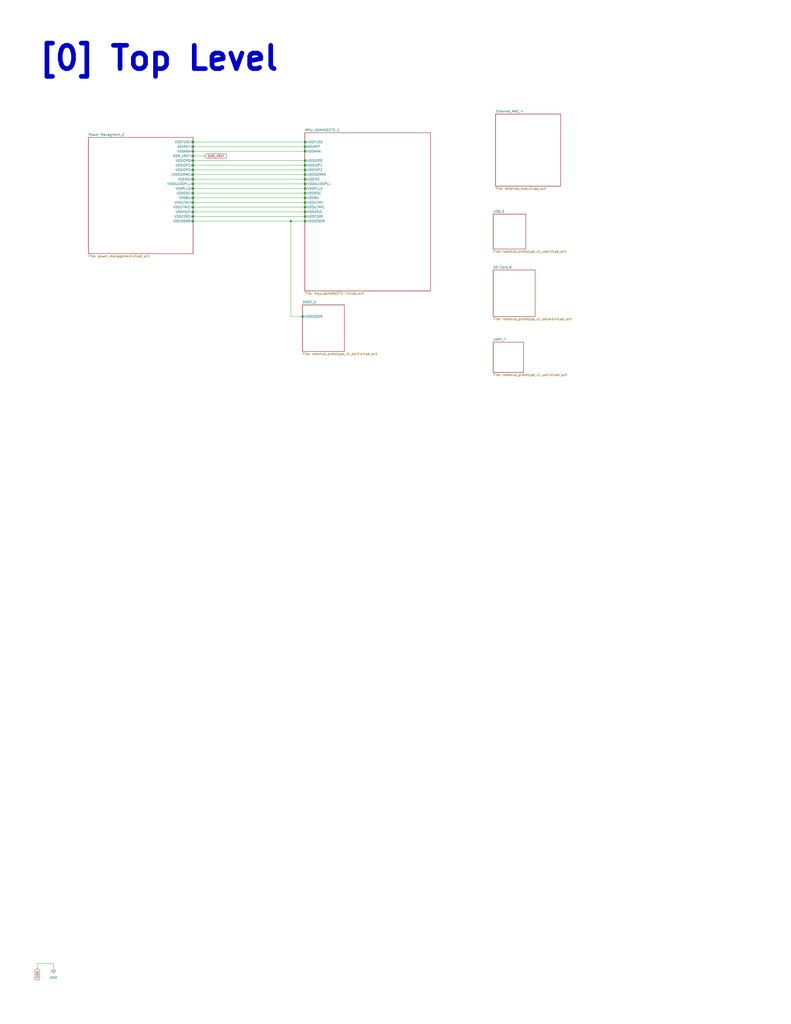
<source format=kicad_sch>
(kicad_sch (version 20231120) (generator "eeschema") (generator_version "8.0")
  (paper "C" portrait)
  (lib_symbols
    (symbol "power:GND" (power) (pin_names (offset 0))
      (property "Value" "GND" (at 0 -3.81 0))
      (symbol "GND_0_1"
        (polyline (pts (xy 0 0) (xy 0 -1.27) (xy 1.27 -1.27) (xy 0 -2.54) (xy -1.27 -1.27) (xy 0 -1.27)))
      )
      (symbol "GND_1_1"
        (pin power_in line (at 0 0 270) (length 0) hide (name "GND") (number "1"))
      )
    )
  )
  (junction (at 105.41 92.71))
  (junction (at 166.37 110.49))
  (junction (at 166.37 80.01))
  (junction (at 105.41 95.25))
  (junction (at 166.37 90.17))
  (junction (at 166.37 92.71))
  (junction (at 166.37 82.55))
  (junction (at 105.41 113.03))
  (junction (at 166.37 107.95))
  (junction (at 105.41 110.49))
  (junction (at 166.37 105.41))
  (junction (at 105.41 102.87))
  (junction (at 166.37 102.87))
  (junction (at 166.37 118.11))
  (junction (at 165.1 172.72))
  (junction (at 105.41 97.79))
  (junction (at 105.41 77.47))
  (junction (at 105.41 85.09))
  (junction (at 105.41 105.41))
  (junction (at 105.41 80.01))
  (junction (at 166.37 113.03))
  (junction (at 166.37 95.25))
  (junction (at 105.41 82.55))
  (junction (at 105.41 118.11))
  (junction (at 105.41 90.17))
  (junction (at 166.37 115.57))
  (junction (at 105.41 120.65))
  (junction (at 105.41 107.95))
  (junction (at 166.37 120.65))
  (junction (at 166.37 77.47))
  (junction (at 105.41 100.33))
  (junction (at 105.41 87.63))
  (junction (at 158.75 120.65))
  (junction (at 166.37 100.33))
  (junction (at 166.37 97.79))
  (junction (at 105.41 115.57))
  (junction (at 166.37 87.63))
  (wire (pts (xy 104.14 92.71) (xy 105.41 92.71)))
  (wire (pts (xy 166.37 118.11) (xy 167.64 118.11)))
  (wire (pts (xy 105.41 102.87) (xy 166.37 102.87)))
  (wire (pts (xy 104.14 105.41) (xy 105.41 105.41)))
  (wire (pts (xy 105.41 92.71) (xy 166.37 92.71)))
  (wire (pts (xy 105.41 80.01) (xy 166.37 80.01)))
  (wire (pts (xy 166.37 87.63) (xy 167.64 87.63)))
  (wire (pts (xy 105.41 113.03) (xy 166.37 113.03)))
  (wire (pts (xy 166.37 110.49) (xy 167.64 110.49)))
  (wire (pts (xy 104.14 115.57) (xy 105.41 115.57)))
  (wire (pts (xy 166.37 105.41) (xy 167.64 105.41)))
  (wire (pts (xy 166.37 80.01) (xy 167.64 80.01)))
  (wire (pts (xy 105.41 110.49) (xy 166.37 110.49)))
  (wire (pts (xy 158.75 120.65) (xy 166.37 120.65)))
  (wire (pts (xy 104.14 97.79) (xy 105.41 97.79)))
  (wire (pts (xy 105.41 95.25) (xy 166.37 95.25)))
  (wire (pts (xy 166.37 82.55) (xy 167.64 82.55)))
  (wire (pts (xy 105.41 115.57) (xy 166.37 115.57)))
  (wire (pts (xy 166.37 115.57) (xy 167.64 115.57)))
  (wire (pts (xy 165.1 172.72) (xy 158.75 172.72)))
  (wire (pts (xy 105.41 87.63) (xy 166.37 87.63)))
  (wire (pts (xy 104.14 118.11) (xy 105.41 118.11)))
  (wire (pts (xy 105.41 77.47) (xy 166.37 77.47)))
  (wire (pts (xy 105.41 107.95) (xy 166.37 107.95)))
  (wire (pts (xy 105.41 90.17) (xy 166.37 90.17)))
  (wire (pts (xy 20.32 525.78) (xy 20.32 528.32)))
  (wire (pts (xy 104.14 120.65) (xy 105.41 120.65)))
  (wire (pts (xy 104.14 85.09) (xy 105.41 85.09)))
  (wire (pts (xy 104.14 113.03) (xy 105.41 113.03)))
  (wire (pts (xy 166.37 97.79) (xy 167.64 97.79)))
  (wire (pts (xy 166.37 107.95) (xy 167.64 107.95)))
  (wire (pts (xy 104.14 110.49) (xy 105.41 110.49)))
  (wire (pts (xy 166.37 113.03) (xy 167.64 113.03)))
  (wire (pts (xy 105.41 85.09) (xy 111.76 85.09)))
  (wire (pts (xy 104.14 77.47) (xy 105.41 77.47)))
  (wire (pts (xy 166.37 95.25) (xy 167.64 95.25)))
  (wire (pts (xy 104.14 95.25) (xy 105.41 95.25)))
  (wire (pts (xy 105.41 105.41) (xy 166.37 105.41)))
  (wire (pts (xy 104.14 102.87) (xy 105.41 102.87)))
  (wire (pts (xy 104.14 90.17) (xy 105.41 90.17)))
  (wire (pts (xy 29.21 525.78) (xy 20.32 525.78)))
  (wire (pts (xy 158.75 172.72) (xy 158.75 120.65)))
  (wire (pts (xy 166.37 120.65) (xy 167.64 120.65)))
  (wire (pts (xy 166.37 100.33) (xy 167.64 100.33)))
  (wire (pts (xy 166.37 92.71) (xy 167.64 92.71)))
  (wire (pts (xy 166.37 102.87) (xy 167.64 102.87)))
  (wire (pts (xy 105.41 82.55) (xy 166.37 82.55)))
  (wire (pts (xy 105.41 118.11) (xy 166.37 118.11)))
  (wire (pts (xy 104.14 107.95) (xy 105.41 107.95)))
  (wire (pts (xy 29.21 528.32) (xy 29.21 525.78)))
  (wire (pts (xy 104.14 82.55) (xy 105.41 82.55)))
  (wire (pts (xy 104.14 100.33) (xy 105.41 100.33)))
  (wire (pts (xy 105.41 100.33) (xy 166.37 100.33)))
  (wire (pts (xy 105.41 97.79) (xy 166.37 97.79)))
  (wire (pts (xy 104.14 80.01) (xy 105.41 80.01)))
  (wire (pts (xy 166.37 172.72) (xy 165.1 172.72)))
  (wire (pts (xy 166.37 90.17) (xy 167.64 90.17)))
  (wire (pts (xy 166.37 77.47) (xy 167.64 77.47)))
  (wire (pts (xy 104.14 87.63) (xy 105.41 87.63)))
  (wire (pts (xy 105.41 120.65) (xy 158.75 120.65)))
  (text "[0] Top Level" (at 20.32 39.37 0) (effects (font (size 12.7 12.7) (bold yes)) (justify left bottom)))
  (global_label "GND" (shape input) (at 20.32 528.32 270) (property "Intersheetrefs" "${INTERSHEET_REFS}" (effects (hide yes))))
  (global_label "DDR_VREF" (shape input) (at 111.76 85.09 0) (property "Intersheetrefs" "${INTERSHEET_REFS}" (effects (hide yes))))
  (symbol (lib_id "power:GND") (at 29.21 528.32 0) (unit 1)
    (property "Reference" "#PWR0101" (effects (hide yes)))
    (property "Value" "GND" (at 29.21 533.4 0))
  )
  (sheet (at 270.51 62.23) (size 35.56 39.37) (stroke (width 0.1524))
    (property "Sheetname" "Ethernet_MAC_4" (at 270.51 61.5184 0) (effects (justify left bottom)))
    (property "Sheetfile" "ethernet_mac.kicad_sch" (at 270.51 102.1846 0) (effects (justify left top)))
  )
  (sheet (at 269.24 147.32) (size 22.86 25.4) (stroke (width 0.1524))
    (property "Sheetname" "SD Card_6" (at 269.24 146.6084 0) (effects (justify left bottom)))
    (property "Sheetfile" "robohub_prototype_v1_sdcard.kicad_sch" (at 269.24 173.3046 0) (effects (justify left top)))
  )
  (sheet (at 165.1 166.37) (size 22.86 25.4) (stroke (width 0.1524))
    (property "Sheetname" "DDR2_3" (at 165.1 165.6584 0) (effects (justify left bottom)))
    (property "Sheetfile" "robohub_prototype_v1_ddr2.kicad_sch" (at 165.1 192.3546 0) (effects (justify left top)))
    (pin "VDDIODDR" input (at 165.1 172.72 180))
  )
  (sheet (at 166.37 72.39) (size 68.58 86.36) (stroke (width 0.1524))
    (property "Sheetname" "MPU-SAMA5D27C_1" (at 166.37 71.6784 0) (effects (justify left bottom)))
    (property "Sheetfile" "mpu_sama5d27c-.kicad_sch" (at 166.37 159.3346 0) (effects (justify left top)))
    (pin "VDDANA" input (at 166.37 82.55 180))
    (pin "ADVREF" input (at 166.37 80.01 180))
    (pin "VDDIODDR" input (at 166.37 120.65 180))
    (pin "VDDIOP0" input (at 166.37 87.63 180))
    (pin "VDDIOP1" input (at 166.37 90.17 180))
    (pin "VDDIOP2" input (at 166.37 92.71 180))
    (pin "VDDSDMMC" input (at 166.37 95.25 180))
    (pin "VDDISC" input (at 166.37 97.79 180))
    (pin "VDDAUIDOPLL" input (at 166.37 100.33 180))
    (pin "VDDFUSE" input (at 166.37 77.47 180))
    (pin "VDDPLLA" input (at 166.37 102.87 180))
    (pin "VDDOSC" input (at 166.37 105.41 180))
    (pin "VDDBU" input (at 166.37 107.95 180))
    (pin "VDDUTMII" input (at 166.37 110.49 180))
    (pin "VDDUTMIC" input (at 166.37 113.03 180))
    (pin "VDDHSIC" input (at 166.37 115.57 180))
    (pin "VDDCORE" input (at 166.37 118.11 180))
  )
  (sheet (at 48.26 74.93) (size 57.15 63.5) (stroke (width 0.1524))
    (property "Sheetname" "Power Managment_2" (at 48.26 74.2184 0) (effects (justify left bottom)))
    (property "Sheetfile" "power_management.kicad_sch" (at 48.26 139.0146 0) (effects (justify left top)))
    (pin "VDDUTMIC" input (at 105.41 113.03 0))
    (pin "VDDHSIC" input (at 105.41 115.57 0))
    (pin "VDDBU" input (at 105.41 107.95 0))
    (pin "VDDSDMMC" input (at 105.41 95.25 0))
    (pin "VDDIOP1" input (at 105.41 90.17 0))
    (pin "VDDIOP0" input (at 105.41 87.63 0))
    (pin "VDDIOP2" input (at 105.41 92.71 0))
    (pin "VDDIODDR" input (at 105.41 120.65 0))
    (pin "DDR_VREF" input (at 105.41 85.09 0))
    (pin "VDDOSC" input (at 105.41 105.41 0))
    (pin "VDDUTMII" input (at 105.41 110.49 0))
    (pin "VDDPLLA" input (at 105.41 102.87 0))
    (pin "VDDISC" input (at 105.41 97.79 0))
    (pin "VDDAUIDOPLL" input (at 105.41 100.33 0))
    (pin "VDDFUSE" input (at 105.41 77.47 0))
    (pin "VDDANA" input (at 105.41 82.55 0))
    (pin "ADVREF" input (at 105.41 80.01 0))
    (pin "VDDCORE" input (at 105.41 118.11 0))
  )
  (sheet (at 269.24 116.84) (size 17.78 19.05) (stroke (width 0.1524))
    (property "Sheetname" "USB_5" (at 269.24 116.1284 0) (effects (justify left bottom)))
    (property "Sheetfile" "robohub_prototype_v1_usb.kicad_sch" (at 269.24 136.4746 0) (effects (justify left top)))
  )
  (sheet (at 269.24 186.69) (size 16.51 16.51) (stroke (width 0.1524))
    (property "Sheetname" "UART_7" (at 269.24 185.9784 0) (effects (justify left bottom)))
    (property "Sheetfile" "robohub_prototype_v1_uart.kicad_sch" (at 269.24 203.7846 0) (effects (justify left top)))
  )
)
</source>
